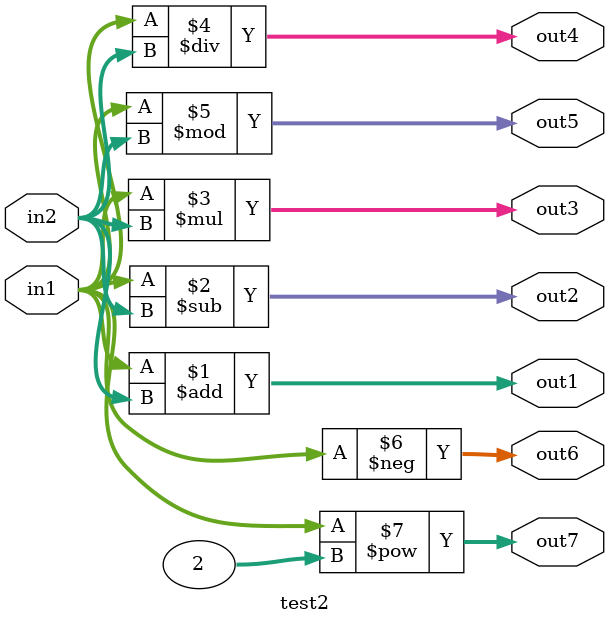
<source format=v>
module test2(out1,
             out2,
             out3,
             out4,
             out5,
             out6,
             out7,
             in1, 
             in2);
            
input  [7:0]  in1, in2;
output [8:0]  out1;
output [8:0]  out2;
output [15:0] out3;
output [7:0]  out4;
output [7:0]  out5;
output [7:0]  out6;
output [15:0] out7;

assign out1 = in1 + in2;    // plus
assign out2 = in1 - in2;    // minus
assign out3 = in1 * in2;    // multiply
assign out4 = in1 / in2;    // divided
assign out5 = in1 % in2;    // modulo
assign out6 = -in1;         // Unary Minus
assign out7 = in1 ** 2;     // power

endmodule
</source>
